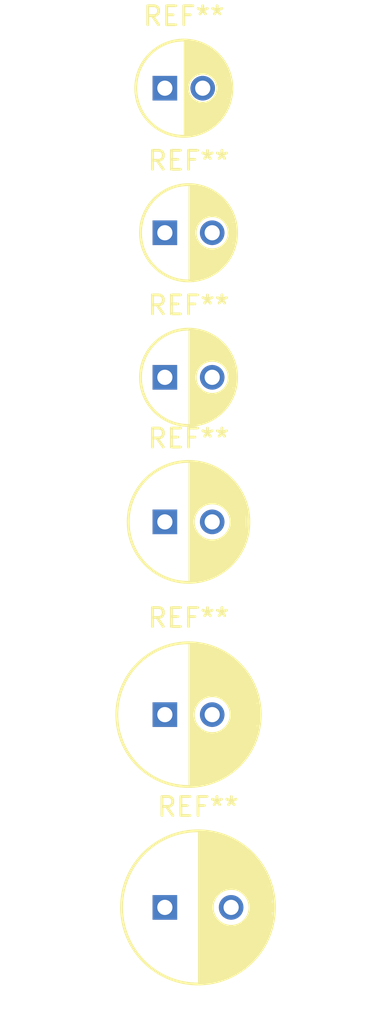
<source format=kicad_pcb>
(kicad_pcb (version 4) (host pcbnew 4.0.1-stable)

  (general
    (links 0)
    (no_connects 0)
    (area 0 0 0 0)
    (thickness 1.6)
    (drawings 0)
    (tracks 0)
    (zones 0)
    (modules 6)
    (nets 1)
  )

  (page A)
  (title_block
    (date 2017-01-03)
  )

  (layers
    (0 F.Cu signal)
    (31 B.Cu signal)
    (32 B.Adhes user)
    (33 F.Adhes user)
    (34 B.Paste user)
    (35 F.Paste user)
    (36 B.SilkS user)
    (37 F.SilkS user)
    (38 B.Mask user)
    (39 F.Mask user)
    (40 Dwgs.User user)
    (41 Cmts.User user)
    (42 Eco1.User user)
    (43 Eco2.User user)
    (44 Edge.Cuts user)
    (45 Margin user)
    (46 B.CrtYd user)
    (47 F.CrtYd user)
    (48 B.Fab user)
    (49 F.Fab user)
  )

  (setup
    (last_trace_width 0.25)
    (trace_clearance 0.2)
    (zone_clearance 0.508)
    (zone_45_only no)
    (trace_min 0.2)
    (segment_width 0.2)
    (edge_width 0.15)
    (via_size 0.6)
    (via_drill 0.4)
    (via_min_size 0.4)
    (via_min_drill 0.3)
    (uvia_size 0.3)
    (uvia_drill 0.1)
    (uvias_allowed no)
    (uvia_min_size 0.2)
    (uvia_min_drill 0.1)
    (pcb_text_width 0.3)
    (pcb_text_size 1.5 1.5)
    (mod_edge_width 0.15)
    (mod_text_size 0.000001 0.000001)
    (mod_text_width 0.15)
    (pad_size 1.4 1.4)
    (pad_drill 0.6)
    (pad_to_mask_clearance 0.2)
    (aux_axis_origin 0 0)
    (visible_elements FFFFFF7F)
    (pcbplotparams
      (layerselection 0x00030_80000001)
      (usegerberextensions false)
      (excludeedgelayer true)
      (linewidth 0.100000)
      (plotframeref false)
      (viasonmask false)
      (mode 1)
      (useauxorigin false)
      (hpglpennumber 1)
      (hpglpenspeed 20)
      (hpglpendiameter 15)
      (hpglpenoverlay 2)
      (psnegative false)
      (psa4output false)
      (plotreference true)
      (plotvalue true)
      (plotinvisibletext false)
      (padsonsilk false)
      (subtractmaskfromsilk false)
      (outputformat 1)
      (mirror false)
      (drillshape 1)
      (scaleselection 1)
      (outputdirectory ""))
  )

  (net 0 "")

  (net_class Default "This is the default net class."
    (clearance 0.2)
    (trace_width 0.25)
    (via_dia 0.6)
    (via_drill 0.4)
    (uvia_dia 0.3)
    (uvia_drill 0.1)
  )

  (module Capacitors_ThroughHole:C_Radial_D5_L11_P2 (layer F.Cu) (tedit 0) (tstamp 586C37AC)
    (at 25.4 22.86)
    (descr "Radial Electrolytic Capacitor 5mm x Length 11mm, Pitch 2mm")
    (tags "Electrolytic Capacitor")
    (fp_text reference REF** (at 1 -3.8) (layer F.SilkS)
      (effects (font (size 1 1) (thickness 0.15)))
    )
    (fp_text value C_Radial_D5_L11_P2 (at 1 3.8) (layer F.Fab)
      (effects (font (size 1 1) (thickness 0.15)))
    )
    (fp_line (start 1.075 -2.499) (end 1.075 2.499) (layer F.SilkS) (width 0.15))
    (fp_line (start 1.215 -2.491) (end 1.215 -0.154) (layer F.SilkS) (width 0.15))
    (fp_line (start 1.215 0.154) (end 1.215 2.491) (layer F.SilkS) (width 0.15))
    (fp_line (start 1.355 -2.475) (end 1.355 -0.473) (layer F.SilkS) (width 0.15))
    (fp_line (start 1.355 0.473) (end 1.355 2.475) (layer F.SilkS) (width 0.15))
    (fp_line (start 1.495 -2.451) (end 1.495 -0.62) (layer F.SilkS) (width 0.15))
    (fp_line (start 1.495 0.62) (end 1.495 2.451) (layer F.SilkS) (width 0.15))
    (fp_line (start 1.635 -2.418) (end 1.635 -0.712) (layer F.SilkS) (width 0.15))
    (fp_line (start 1.635 0.712) (end 1.635 2.418) (layer F.SilkS) (width 0.15))
    (fp_line (start 1.775 -2.377) (end 1.775 -0.768) (layer F.SilkS) (width 0.15))
    (fp_line (start 1.775 0.768) (end 1.775 2.377) (layer F.SilkS) (width 0.15))
    (fp_line (start 1.915 -2.327) (end 1.915 -0.795) (layer F.SilkS) (width 0.15))
    (fp_line (start 1.915 0.795) (end 1.915 2.327) (layer F.SilkS) (width 0.15))
    (fp_line (start 2.055 -2.266) (end 2.055 -0.798) (layer F.SilkS) (width 0.15))
    (fp_line (start 2.055 0.798) (end 2.055 2.266) (layer F.SilkS) (width 0.15))
    (fp_line (start 2.195 -2.196) (end 2.195 -0.776) (layer F.SilkS) (width 0.15))
    (fp_line (start 2.195 0.776) (end 2.195 2.196) (layer F.SilkS) (width 0.15))
    (fp_line (start 2.335 -2.114) (end 2.335 -0.726) (layer F.SilkS) (width 0.15))
    (fp_line (start 2.335 0.726) (end 2.335 2.114) (layer F.SilkS) (width 0.15))
    (fp_line (start 2.475 -2.019) (end 2.475 -0.644) (layer F.SilkS) (width 0.15))
    (fp_line (start 2.475 0.644) (end 2.475 2.019) (layer F.SilkS) (width 0.15))
    (fp_line (start 2.615 -1.908) (end 2.615 -0.512) (layer F.SilkS) (width 0.15))
    (fp_line (start 2.615 0.512) (end 2.615 1.908) (layer F.SilkS) (width 0.15))
    (fp_line (start 2.755 -1.78) (end 2.755 -0.265) (layer F.SilkS) (width 0.15))
    (fp_line (start 2.755 0.265) (end 2.755 1.78) (layer F.SilkS) (width 0.15))
    (fp_line (start 2.895 -1.631) (end 2.895 1.631) (layer F.SilkS) (width 0.15))
    (fp_line (start 3.035 -1.452) (end 3.035 1.452) (layer F.SilkS) (width 0.15))
    (fp_line (start 3.175 -1.233) (end 3.175 1.233) (layer F.SilkS) (width 0.15))
    (fp_line (start 3.315 -0.944) (end 3.315 0.944) (layer F.SilkS) (width 0.15))
    (fp_line (start 3.455 -0.472) (end 3.455 0.472) (layer F.SilkS) (width 0.15))
    (fp_circle (center 2 0) (end 2 -0.8) (layer F.SilkS) (width 0.15))
    (fp_circle (center 1 0) (end 1 -2.5375) (layer F.SilkS) (width 0.15))
    (fp_circle (center 1 0) (end 1 -2.8) (layer F.CrtYd) (width 0.05))
    (pad 1 thru_hole rect (at 0 0) (size 1.3 1.3) (drill 0.8) (layers *.Cu *.Mask))
    (pad 2 thru_hole circle (at 2 0) (size 1.3 1.3) (drill 0.8) (layers *.Cu *.Mask))
    (model Capacitors_ThroughHole.3dshapes/C_Radial_D5_L11_P2.wrl
      (at (xyz 0 0 0))
      (scale (xyz 1 1 1))
      (rotate (xyz 0 0 0))
    )
  )

  (module Capacitors_ThroughHole:C_Radial_D5_L11_P2.5 (layer F.Cu) (tedit 0) (tstamp 586C37FA)
    (at 25.4 30.48)
    (descr "Radial Electrolytic Capacitor Diameter 5mm x Length 11mm, Pitch 2.5mm")
    (tags "Electrolytic Capacitor")
    (fp_text reference REF** (at 1.25 -3.8) (layer F.SilkS)
      (effects (font (size 1 1) (thickness 0.15)))
    )
    (fp_text value C_Radial_D5_L11_P2.5 (at 1.25 3.8) (layer F.Fab)
      (effects (font (size 1 1) (thickness 0.15)))
    )
    (fp_line (start 1.325 -2.499) (end 1.325 2.499) (layer F.SilkS) (width 0.15))
    (fp_line (start 1.465 -2.491) (end 1.465 2.491) (layer F.SilkS) (width 0.15))
    (fp_line (start 1.605 -2.475) (end 1.605 -0.095) (layer F.SilkS) (width 0.15))
    (fp_line (start 1.605 0.095) (end 1.605 2.475) (layer F.SilkS) (width 0.15))
    (fp_line (start 1.745 -2.451) (end 1.745 -0.49) (layer F.SilkS) (width 0.15))
    (fp_line (start 1.745 0.49) (end 1.745 2.451) (layer F.SilkS) (width 0.15))
    (fp_line (start 1.885 -2.418) (end 1.885 -0.657) (layer F.SilkS) (width 0.15))
    (fp_line (start 1.885 0.657) (end 1.885 2.418) (layer F.SilkS) (width 0.15))
    (fp_line (start 2.025 -2.377) (end 2.025 -0.764) (layer F.SilkS) (width 0.15))
    (fp_line (start 2.025 0.764) (end 2.025 2.377) (layer F.SilkS) (width 0.15))
    (fp_line (start 2.165 -2.327) (end 2.165 -0.835) (layer F.SilkS) (width 0.15))
    (fp_line (start 2.165 0.835) (end 2.165 2.327) (layer F.SilkS) (width 0.15))
    (fp_line (start 2.305 -2.266) (end 2.305 -0.879) (layer F.SilkS) (width 0.15))
    (fp_line (start 2.305 0.879) (end 2.305 2.266) (layer F.SilkS) (width 0.15))
    (fp_line (start 2.445 -2.196) (end 2.445 -0.898) (layer F.SilkS) (width 0.15))
    (fp_line (start 2.445 0.898) (end 2.445 2.196) (layer F.SilkS) (width 0.15))
    (fp_line (start 2.585 -2.114) (end 2.585 -0.896) (layer F.SilkS) (width 0.15))
    (fp_line (start 2.585 0.896) (end 2.585 2.114) (layer F.SilkS) (width 0.15))
    (fp_line (start 2.725 -2.019) (end 2.725 -0.871) (layer F.SilkS) (width 0.15))
    (fp_line (start 2.725 0.871) (end 2.725 2.019) (layer F.SilkS) (width 0.15))
    (fp_line (start 2.865 -1.908) (end 2.865 -0.823) (layer F.SilkS) (width 0.15))
    (fp_line (start 2.865 0.823) (end 2.865 1.908) (layer F.SilkS) (width 0.15))
    (fp_line (start 3.005 -1.78) (end 3.005 -0.745) (layer F.SilkS) (width 0.15))
    (fp_line (start 3.005 0.745) (end 3.005 1.78) (layer F.SilkS) (width 0.15))
    (fp_line (start 3.145 -1.631) (end 3.145 -0.628) (layer F.SilkS) (width 0.15))
    (fp_line (start 3.145 0.628) (end 3.145 1.631) (layer F.SilkS) (width 0.15))
    (fp_line (start 3.285 -1.452) (end 3.285 -0.44) (layer F.SilkS) (width 0.15))
    (fp_line (start 3.285 0.44) (end 3.285 1.452) (layer F.SilkS) (width 0.15))
    (fp_line (start 3.425 -1.233) (end 3.425 1.233) (layer F.SilkS) (width 0.15))
    (fp_line (start 3.565 -0.944) (end 3.565 0.944) (layer F.SilkS) (width 0.15))
    (fp_line (start 3.705 -0.472) (end 3.705 0.472) (layer F.SilkS) (width 0.15))
    (fp_circle (center 2.5 0) (end 2.5 -0.9) (layer F.SilkS) (width 0.15))
    (fp_circle (center 1.25 0) (end 1.25 -2.5375) (layer F.SilkS) (width 0.15))
    (fp_circle (center 1.25 0) (end 1.25 -2.8) (layer F.CrtYd) (width 0.05))
    (pad 1 thru_hole rect (at 0 0) (size 1.3 1.3) (drill 0.8) (layers *.Cu *.Mask))
    (pad 2 thru_hole circle (at 2.5 0) (size 1.3 1.3) (drill 0.8) (layers *.Cu *.Mask))
    (model Capacitors_ThroughHole.3dshapes/C_Radial_D5_L11_P2.5.wrl
      (at (xyz 0.049213 0 0))
      (scale (xyz 1 1 1))
      (rotate (xyz 0 0 90))
    )
  )

  (module Capacitors_ThroughHole:C_Radial_D5_L6_P2.5 (layer F.Cu) (tedit 0) (tstamp 586C384C)
    (at 25.4 38.1)
    (descr "Radial Electrolytic Capacitor Diameter 5mm x Length 6mm, Pitch 2.5mm")
    (tags "Electrolytic Capacitor")
    (fp_text reference REF** (at 1.25 -3.8) (layer F.SilkS)
      (effects (font (size 1 1) (thickness 0.15)))
    )
    (fp_text value C_Radial_D5_L6_P2.5 (at 1.25 3.8) (layer F.Fab)
      (effects (font (size 1 1) (thickness 0.15)))
    )
    (fp_line (start 1.325 -2.499) (end 1.325 2.499) (layer F.SilkS) (width 0.15))
    (fp_line (start 1.465 -2.491) (end 1.465 2.491) (layer F.SilkS) (width 0.15))
    (fp_line (start 1.605 -2.475) (end 1.605 -0.095) (layer F.SilkS) (width 0.15))
    (fp_line (start 1.605 0.095) (end 1.605 2.475) (layer F.SilkS) (width 0.15))
    (fp_line (start 1.745 -2.451) (end 1.745 -0.49) (layer F.SilkS) (width 0.15))
    (fp_line (start 1.745 0.49) (end 1.745 2.451) (layer F.SilkS) (width 0.15))
    (fp_line (start 1.885 -2.418) (end 1.885 -0.657) (layer F.SilkS) (width 0.15))
    (fp_line (start 1.885 0.657) (end 1.885 2.418) (layer F.SilkS) (width 0.15))
    (fp_line (start 2.025 -2.377) (end 2.025 -0.764) (layer F.SilkS) (width 0.15))
    (fp_line (start 2.025 0.764) (end 2.025 2.377) (layer F.SilkS) (width 0.15))
    (fp_line (start 2.165 -2.327) (end 2.165 -0.835) (layer F.SilkS) (width 0.15))
    (fp_line (start 2.165 0.835) (end 2.165 2.327) (layer F.SilkS) (width 0.15))
    (fp_line (start 2.305 -2.266) (end 2.305 -0.879) (layer F.SilkS) (width 0.15))
    (fp_line (start 2.305 0.879) (end 2.305 2.266) (layer F.SilkS) (width 0.15))
    (fp_line (start 2.445 -2.196) (end 2.445 -0.898) (layer F.SilkS) (width 0.15))
    (fp_line (start 2.445 0.898) (end 2.445 2.196) (layer F.SilkS) (width 0.15))
    (fp_line (start 2.585 -2.114) (end 2.585 -0.896) (layer F.SilkS) (width 0.15))
    (fp_line (start 2.585 0.896) (end 2.585 2.114) (layer F.SilkS) (width 0.15))
    (fp_line (start 2.725 -2.019) (end 2.725 -0.871) (layer F.SilkS) (width 0.15))
    (fp_line (start 2.725 0.871) (end 2.725 2.019) (layer F.SilkS) (width 0.15))
    (fp_line (start 2.865 -1.908) (end 2.865 -0.823) (layer F.SilkS) (width 0.15))
    (fp_line (start 2.865 0.823) (end 2.865 1.908) (layer F.SilkS) (width 0.15))
    (fp_line (start 3.005 -1.78) (end 3.005 -0.745) (layer F.SilkS) (width 0.15))
    (fp_line (start 3.005 0.745) (end 3.005 1.78) (layer F.SilkS) (width 0.15))
    (fp_line (start 3.145 -1.631) (end 3.145 -0.628) (layer F.SilkS) (width 0.15))
    (fp_line (start 3.145 0.628) (end 3.145 1.631) (layer F.SilkS) (width 0.15))
    (fp_line (start 3.285 -1.452) (end 3.285 -0.44) (layer F.SilkS) (width 0.15))
    (fp_line (start 3.285 0.44) (end 3.285 1.452) (layer F.SilkS) (width 0.15))
    (fp_line (start 3.425 -1.233) (end 3.425 1.233) (layer F.SilkS) (width 0.15))
    (fp_line (start 3.565 -0.944) (end 3.565 0.944) (layer F.SilkS) (width 0.15))
    (fp_line (start 3.705 -0.472) (end 3.705 0.472) (layer F.SilkS) (width 0.15))
    (fp_circle (center 2.5 0) (end 2.5 -0.9) (layer F.SilkS) (width 0.15))
    (fp_circle (center 1.25 0) (end 1.25 -2.5375) (layer F.SilkS) (width 0.15))
    (fp_circle (center 1.25 0) (end 1.25 -2.8) (layer F.CrtYd) (width 0.05))
    (pad 1 thru_hole rect (at 0 0) (size 1.3 1.3) (drill 0.8) (layers *.Cu *.Mask))
    (pad 2 thru_hole circle (at 2.5 0) (size 1.3 1.3) (drill 0.8) (layers *.Cu *.Mask))
    (model Capacitors_ThroughHole.3dshapes/C_Radial_D5_L6_P2.5.wrl
      (at (xyz 0.0492126 0 0))
      (scale (xyz 1 1 1))
      (rotate (xyz 0 0 90))
    )
  )

  (module Capacitors_ThroughHole:C_Radial_D6.3_L11.2_P2.5 (layer F.Cu) (tedit 0) (tstamp 586C389C)
    (at 25.4 45.72)
    (descr "Radial Electrolytic Capacitor, Diameter 6.3mm x Length 11.2mm, Pitch 2.5mm")
    (tags "Electrolytic Capacitor")
    (fp_text reference REF** (at 1.25 -4.4) (layer F.SilkS)
      (effects (font (size 1 1) (thickness 0.15)))
    )
    (fp_text value C_Radial_D6.3_L11.2_P2.5 (at 1.25 4.4) (layer F.Fab)
      (effects (font (size 1 1) (thickness 0.15)))
    )
    (fp_line (start 1.325 -3.149) (end 1.325 3.149) (layer F.SilkS) (width 0.15))
    (fp_line (start 1.465 -3.143) (end 1.465 3.143) (layer F.SilkS) (width 0.15))
    (fp_line (start 1.605 -3.13) (end 1.605 -0.446) (layer F.SilkS) (width 0.15))
    (fp_line (start 1.605 0.446) (end 1.605 3.13) (layer F.SilkS) (width 0.15))
    (fp_line (start 1.745 -3.111) (end 1.745 -0.656) (layer F.SilkS) (width 0.15))
    (fp_line (start 1.745 0.656) (end 1.745 3.111) (layer F.SilkS) (width 0.15))
    (fp_line (start 1.885 -3.085) (end 1.885 -0.789) (layer F.SilkS) (width 0.15))
    (fp_line (start 1.885 0.789) (end 1.885 3.085) (layer F.SilkS) (width 0.15))
    (fp_line (start 2.025 -3.053) (end 2.025 -0.88) (layer F.SilkS) (width 0.15))
    (fp_line (start 2.025 0.88) (end 2.025 3.053) (layer F.SilkS) (width 0.15))
    (fp_line (start 2.165 -3.014) (end 2.165 -0.942) (layer F.SilkS) (width 0.15))
    (fp_line (start 2.165 0.942) (end 2.165 3.014) (layer F.SilkS) (width 0.15))
    (fp_line (start 2.305 -2.968) (end 2.305 -0.981) (layer F.SilkS) (width 0.15))
    (fp_line (start 2.305 0.981) (end 2.305 2.968) (layer F.SilkS) (width 0.15))
    (fp_line (start 2.445 -2.915) (end 2.445 -0.998) (layer F.SilkS) (width 0.15))
    (fp_line (start 2.445 0.998) (end 2.445 2.915) (layer F.SilkS) (width 0.15))
    (fp_line (start 2.585 -2.853) (end 2.585 -0.996) (layer F.SilkS) (width 0.15))
    (fp_line (start 2.585 0.996) (end 2.585 2.853) (layer F.SilkS) (width 0.15))
    (fp_line (start 2.725 -2.783) (end 2.725 -0.974) (layer F.SilkS) (width 0.15))
    (fp_line (start 2.725 0.974) (end 2.725 2.783) (layer F.SilkS) (width 0.15))
    (fp_line (start 2.865 -2.704) (end 2.865 -0.931) (layer F.SilkS) (width 0.15))
    (fp_line (start 2.865 0.931) (end 2.865 2.704) (layer F.SilkS) (width 0.15))
    (fp_line (start 3.005 -2.616) (end 3.005 -0.863) (layer F.SilkS) (width 0.15))
    (fp_line (start 3.005 0.863) (end 3.005 2.616) (layer F.SilkS) (width 0.15))
    (fp_line (start 3.145 -2.516) (end 3.145 -0.764) (layer F.SilkS) (width 0.15))
    (fp_line (start 3.145 0.764) (end 3.145 2.516) (layer F.SilkS) (width 0.15))
    (fp_line (start 3.285 -2.404) (end 3.285 -0.619) (layer F.SilkS) (width 0.15))
    (fp_line (start 3.285 0.619) (end 3.285 2.404) (layer F.SilkS) (width 0.15))
    (fp_line (start 3.425 -2.279) (end 3.425 -0.38) (layer F.SilkS) (width 0.15))
    (fp_line (start 3.425 0.38) (end 3.425 2.279) (layer F.SilkS) (width 0.15))
    (fp_line (start 3.565 -2.136) (end 3.565 2.136) (layer F.SilkS) (width 0.15))
    (fp_line (start 3.705 -1.974) (end 3.705 1.974) (layer F.SilkS) (width 0.15))
    (fp_line (start 3.845 -1.786) (end 3.845 1.786) (layer F.SilkS) (width 0.15))
    (fp_line (start 3.985 -1.563) (end 3.985 1.563) (layer F.SilkS) (width 0.15))
    (fp_line (start 4.125 -1.287) (end 4.125 1.287) (layer F.SilkS) (width 0.15))
    (fp_line (start 4.265 -0.912) (end 4.265 0.912) (layer F.SilkS) (width 0.15))
    (fp_circle (center 2.5 0) (end 2.5 -1) (layer F.SilkS) (width 0.15))
    (fp_circle (center 1.25 0) (end 1.25 -3.1875) (layer F.SilkS) (width 0.15))
    (fp_circle (center 1.25 0) (end 1.25 -3.4) (layer F.CrtYd) (width 0.05))
    (pad 2 thru_hole circle (at 2.5 0) (size 1.3 1.3) (drill 0.8) (layers *.Cu *.Mask))
    (pad 1 thru_hole rect (at 0 0) (size 1.3 1.3) (drill 0.8) (layers *.Cu *.Mask))
    (model Capacitors_ThroughHole.3dshapes/C_Radial_D6.3_L11.2_P2.5.wrl
      (at (xyz 0 0 0))
      (scale (xyz 1 1 1))
      (rotate (xyz 0 0 0))
    )
  )

  (module Capacitors_ThroughHole:C_Radial_D7.5_L11.2_P2.5 (layer F.Cu) (tedit 0) (tstamp 586C38C9)
    (at 25.4 55.88)
    (descr "Radial Electrolytic Capacitor Diameter 7.5mm x Length 11.2mm, Pitch 2.5mm")
    (tags "Electrolytic Capacitor")
    (fp_text reference REF** (at 1.25 -5.1) (layer F.SilkS)
      (effects (font (size 1 1) (thickness 0.15)))
    )
    (fp_text value C_Radial_D7.5_L11.2_P2.5 (at 1.25 5.1) (layer F.Fab)
      (effects (font (size 1 1) (thickness 0.15)))
    )
    (fp_line (start 1.325 -3.749) (end 1.325 3.749) (layer F.SilkS) (width 0.15))
    (fp_line (start 1.465 -3.744) (end 1.465 3.744) (layer F.SilkS) (width 0.15))
    (fp_line (start 1.605 -3.733) (end 1.605 -0.446) (layer F.SilkS) (width 0.15))
    (fp_line (start 1.605 0.446) (end 1.605 3.733) (layer F.SilkS) (width 0.15))
    (fp_line (start 1.745 -3.717) (end 1.745 -0.656) (layer F.SilkS) (width 0.15))
    (fp_line (start 1.745 0.656) (end 1.745 3.717) (layer F.SilkS) (width 0.15))
    (fp_line (start 1.885 -3.696) (end 1.885 -0.789) (layer F.SilkS) (width 0.15))
    (fp_line (start 1.885 0.789) (end 1.885 3.696) (layer F.SilkS) (width 0.15))
    (fp_line (start 2.025 -3.669) (end 2.025 -0.88) (layer F.SilkS) (width 0.15))
    (fp_line (start 2.025 0.88) (end 2.025 3.669) (layer F.SilkS) (width 0.15))
    (fp_line (start 2.165 -3.637) (end 2.165 -0.942) (layer F.SilkS) (width 0.15))
    (fp_line (start 2.165 0.942) (end 2.165 3.637) (layer F.SilkS) (width 0.15))
    (fp_line (start 2.305 -3.599) (end 2.305 -0.981) (layer F.SilkS) (width 0.15))
    (fp_line (start 2.305 0.981) (end 2.305 3.599) (layer F.SilkS) (width 0.15))
    (fp_line (start 2.445 -3.555) (end 2.445 -0.998) (layer F.SilkS) (width 0.15))
    (fp_line (start 2.445 0.998) (end 2.445 3.555) (layer F.SilkS) (width 0.15))
    (fp_line (start 2.585 -3.504) (end 2.585 -0.996) (layer F.SilkS) (width 0.15))
    (fp_line (start 2.585 0.996) (end 2.585 3.504) (layer F.SilkS) (width 0.15))
    (fp_line (start 2.725 -3.448) (end 2.725 -0.974) (layer F.SilkS) (width 0.15))
    (fp_line (start 2.725 0.974) (end 2.725 3.448) (layer F.SilkS) (width 0.15))
    (fp_line (start 2.865 -3.384) (end 2.865 -0.931) (layer F.SilkS) (width 0.15))
    (fp_line (start 2.865 0.931) (end 2.865 3.384) (layer F.SilkS) (width 0.15))
    (fp_line (start 3.005 -3.314) (end 3.005 -0.863) (layer F.SilkS) (width 0.15))
    (fp_line (start 3.005 0.863) (end 3.005 3.314) (layer F.SilkS) (width 0.15))
    (fp_line (start 3.145 -3.236) (end 3.145 -0.764) (layer F.SilkS) (width 0.15))
    (fp_line (start 3.145 0.764) (end 3.145 3.236) (layer F.SilkS) (width 0.15))
    (fp_line (start 3.285 -3.15) (end 3.285 -0.619) (layer F.SilkS) (width 0.15))
    (fp_line (start 3.285 0.619) (end 3.285 3.15) (layer F.SilkS) (width 0.15))
    (fp_line (start 3.425 -3.055) (end 3.425 -0.38) (layer F.SilkS) (width 0.15))
    (fp_line (start 3.425 0.38) (end 3.425 3.055) (layer F.SilkS) (width 0.15))
    (fp_line (start 3.565 -2.95) (end 3.565 2.95) (layer F.SilkS) (width 0.15))
    (fp_line (start 3.705 -2.835) (end 3.705 2.835) (layer F.SilkS) (width 0.15))
    (fp_line (start 3.845 -2.707) (end 3.845 2.707) (layer F.SilkS) (width 0.15))
    (fp_line (start 3.985 -2.566) (end 3.985 2.566) (layer F.SilkS) (width 0.15))
    (fp_line (start 4.125 -2.408) (end 4.125 2.408) (layer F.SilkS) (width 0.15))
    (fp_line (start 4.265 -2.23) (end 4.265 2.23) (layer F.SilkS) (width 0.15))
    (fp_line (start 4.405 -2.027) (end 4.405 2.027) (layer F.SilkS) (width 0.15))
    (fp_line (start 4.545 -1.79) (end 4.545 1.79) (layer F.SilkS) (width 0.15))
    (fp_line (start 4.685 -1.504) (end 4.685 1.504) (layer F.SilkS) (width 0.15))
    (fp_line (start 4.825 -1.132) (end 4.825 1.132) (layer F.SilkS) (width 0.15))
    (fp_line (start 4.965 -0.511) (end 4.965 0.511) (layer F.SilkS) (width 0.15))
    (fp_circle (center 2.5 0) (end 2.5 -1) (layer F.SilkS) (width 0.15))
    (fp_circle (center 1.25 0) (end 1.25 -3.7875) (layer F.SilkS) (width 0.15))
    (fp_circle (center 1.25 0) (end 1.25 -4.1) (layer F.CrtYd) (width 0.05))
    (pad 2 thru_hole circle (at 2.5 0) (size 1.3 1.3) (drill 0.8) (layers *.Cu *.Mask))
    (pad 1 thru_hole rect (at 0 0) (size 1.3 1.3) (drill 0.8) (layers *.Cu *.Mask))
    (model Capacitors_ThroughHole.3dshapes/C_Radial_D7.5_L11.2_P2.5.wrl
      (at (xyz 0 0 0))
      (scale (xyz 1 1 1))
      (rotate (xyz 0 0 0))
    )
  )

  (module Capacitors_ThroughHole:C_Radial_D8_L11.5_P3.5 (layer F.Cu) (tedit 0) (tstamp 586C38FB)
    (at 25.4 66.04)
    (descr "Radial Electrolytic Capacitor Diameter 8mm x Length 11.5mm, Pitch 3.5mm")
    (tags "Electrolytic Capacitor")
    (fp_text reference REF** (at 1.75 -5.3) (layer F.SilkS)
      (effects (font (size 1 1) (thickness 0.15)))
    )
    (fp_text value C_Radial_D8_L11.5_P3.5 (at 1.75 5.3) (layer F.Fab)
      (effects (font (size 1 1) (thickness 0.15)))
    )
    (fp_line (start 1.825 -3.999) (end 1.825 3.999) (layer F.SilkS) (width 0.15))
    (fp_line (start 1.965 -3.994) (end 1.965 3.994) (layer F.SilkS) (width 0.15))
    (fp_line (start 2.105 -3.984) (end 2.105 3.984) (layer F.SilkS) (width 0.15))
    (fp_line (start 2.245 -3.969) (end 2.245 3.969) (layer F.SilkS) (width 0.15))
    (fp_line (start 2.385 -3.949) (end 2.385 3.949) (layer F.SilkS) (width 0.15))
    (fp_line (start 2.525 -3.924) (end 2.525 -0.222) (layer F.SilkS) (width 0.15))
    (fp_line (start 2.525 0.222) (end 2.525 3.924) (layer F.SilkS) (width 0.15))
    (fp_line (start 2.665 -3.894) (end 2.665 -0.55) (layer F.SilkS) (width 0.15))
    (fp_line (start 2.665 0.55) (end 2.665 3.894) (layer F.SilkS) (width 0.15))
    (fp_line (start 2.805 -3.858) (end 2.805 -0.719) (layer F.SilkS) (width 0.15))
    (fp_line (start 2.805 0.719) (end 2.805 3.858) (layer F.SilkS) (width 0.15))
    (fp_line (start 2.945 -3.817) (end 2.945 -0.832) (layer F.SilkS) (width 0.15))
    (fp_line (start 2.945 0.832) (end 2.945 3.817) (layer F.SilkS) (width 0.15))
    (fp_line (start 3.085 -3.771) (end 3.085 -0.91) (layer F.SilkS) (width 0.15))
    (fp_line (start 3.085 0.91) (end 3.085 3.771) (layer F.SilkS) (width 0.15))
    (fp_line (start 3.225 -3.718) (end 3.225 -0.961) (layer F.SilkS) (width 0.15))
    (fp_line (start 3.225 0.961) (end 3.225 3.718) (layer F.SilkS) (width 0.15))
    (fp_line (start 3.365 -3.659) (end 3.365 -0.991) (layer F.SilkS) (width 0.15))
    (fp_line (start 3.365 0.991) (end 3.365 3.659) (layer F.SilkS) (width 0.15))
    (fp_line (start 3.505 -3.594) (end 3.505 -1) (layer F.SilkS) (width 0.15))
    (fp_line (start 3.505 1) (end 3.505 3.594) (layer F.SilkS) (width 0.15))
    (fp_line (start 3.645 -3.523) (end 3.645 -0.989) (layer F.SilkS) (width 0.15))
    (fp_line (start 3.645 0.989) (end 3.645 3.523) (layer F.SilkS) (width 0.15))
    (fp_line (start 3.785 -3.444) (end 3.785 -0.959) (layer F.SilkS) (width 0.15))
    (fp_line (start 3.785 0.959) (end 3.785 3.444) (layer F.SilkS) (width 0.15))
    (fp_line (start 3.925 -3.357) (end 3.925 -0.905) (layer F.SilkS) (width 0.15))
    (fp_line (start 3.925 0.905) (end 3.925 3.357) (layer F.SilkS) (width 0.15))
    (fp_line (start 4.065 -3.262) (end 4.065 -0.825) (layer F.SilkS) (width 0.15))
    (fp_line (start 4.065 0.825) (end 4.065 3.262) (layer F.SilkS) (width 0.15))
    (fp_line (start 4.205 -3.158) (end 4.205 -0.709) (layer F.SilkS) (width 0.15))
    (fp_line (start 4.205 0.709) (end 4.205 3.158) (layer F.SilkS) (width 0.15))
    (fp_line (start 4.345 -3.044) (end 4.345 -0.535) (layer F.SilkS) (width 0.15))
    (fp_line (start 4.345 0.535) (end 4.345 3.044) (layer F.SilkS) (width 0.15))
    (fp_line (start 4.485 -2.919) (end 4.485 -0.173) (layer F.SilkS) (width 0.15))
    (fp_line (start 4.485 0.173) (end 4.485 2.919) (layer F.SilkS) (width 0.15))
    (fp_line (start 4.625 -2.781) (end 4.625 2.781) (layer F.SilkS) (width 0.15))
    (fp_line (start 4.765 -2.629) (end 4.765 2.629) (layer F.SilkS) (width 0.15))
    (fp_line (start 4.905 -2.459) (end 4.905 2.459) (layer F.SilkS) (width 0.15))
    (fp_line (start 5.045 -2.268) (end 5.045 2.268) (layer F.SilkS) (width 0.15))
    (fp_line (start 5.185 -2.05) (end 5.185 2.05) (layer F.SilkS) (width 0.15))
    (fp_line (start 5.325 -1.794) (end 5.325 1.794) (layer F.SilkS) (width 0.15))
    (fp_line (start 5.465 -1.483) (end 5.465 1.483) (layer F.SilkS) (width 0.15))
    (fp_line (start 5.605 -1.067) (end 5.605 1.067) (layer F.SilkS) (width 0.15))
    (fp_line (start 5.745 -0.2) (end 5.745 0.2) (layer F.SilkS) (width 0.15))
    (fp_circle (center 3.5 0) (end 3.5 -1) (layer F.SilkS) (width 0.15))
    (fp_circle (center 1.75 0) (end 1.75 -4.0375) (layer F.SilkS) (width 0.15))
    (fp_circle (center 1.75 0) (end 1.75 -4.3) (layer F.CrtYd) (width 0.05))
    (pad 2 thru_hole circle (at 3.5 0) (size 1.3 1.3) (drill 0.8) (layers *.Cu *.Mask))
    (pad 1 thru_hole rect (at 0 0) (size 1.3 1.3) (drill 0.8) (layers *.Cu *.Mask))
    (model Capacitors_ThroughHole.3dshapes/C_Radial_D8_L11.5_P3.5.wrl
      (at (xyz 0 0 0))
      (scale (xyz 1 1 1))
      (rotate (xyz 0 0 0))
    )
  )

)

</source>
